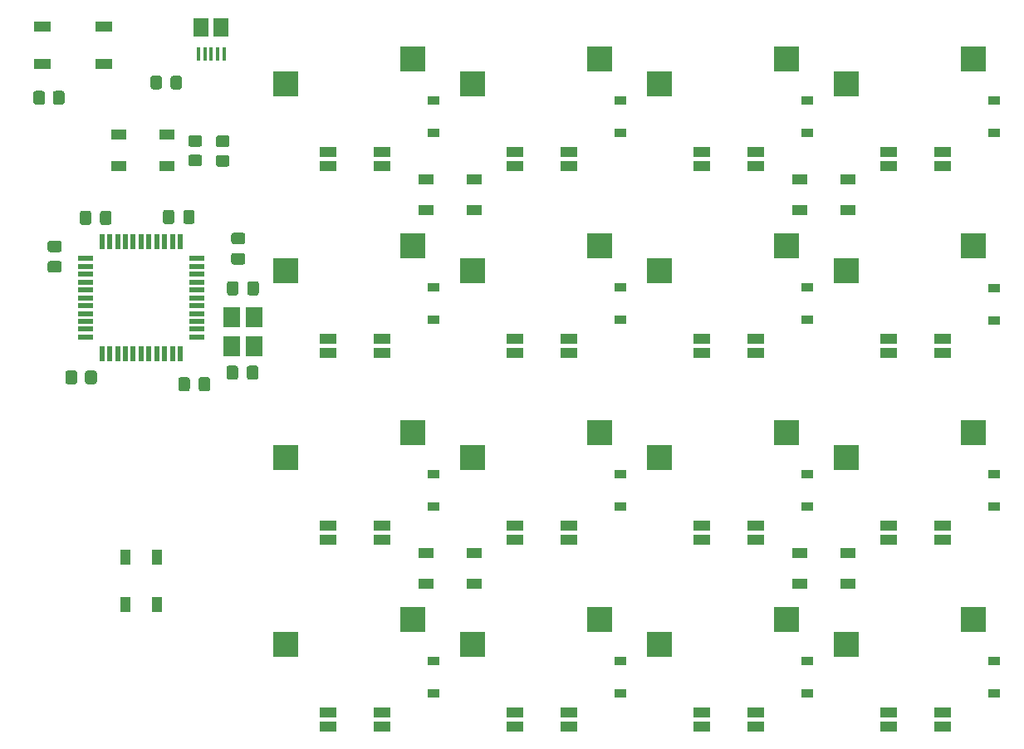
<source format=gbr>
%TF.GenerationSoftware,KiCad,Pcbnew,(5.1.10)-1*%
%TF.CreationDate,2021-09-24T11:07:47+01:00*%
%TF.ProjectId,streamdeck2,73747265-616d-4646-9563-6b322e6b6963,rev?*%
%TF.SameCoordinates,Original*%
%TF.FileFunction,Paste,Bot*%
%TF.FilePolarity,Positive*%
%FSLAX46Y46*%
G04 Gerber Fmt 4.6, Leading zero omitted, Abs format (unit mm)*
G04 Created by KiCad (PCBNEW (5.1.10)-1) date 2021-09-24 11:07:47*
%MOMM*%
%LPD*%
G01*
G04 APERTURE LIST*
%ADD10R,1.700000X1.000000*%
%ADD11R,1.800000X2.100000*%
%ADD12R,1.500000X1.900000*%
%ADD13R,0.400000X1.350000*%
%ADD14R,1.500000X0.550000*%
%ADD15R,0.550000X1.500000*%
%ADD16R,1.500000X1.000000*%
%ADD17R,1.000000X1.500000*%
%ADD18R,2.550000X2.500000*%
%ADD19R,1.200000X0.900000*%
G04 APERTURE END LIST*
%TO.C,R4*%
G36*
G01*
X103980401Y-58616900D02*
X103080399Y-58616900D01*
G75*
G02*
X102830400Y-58366901I0J249999D01*
G01*
X102830400Y-57666899D01*
G75*
G02*
X103080399Y-57416900I249999J0D01*
G01*
X103980401Y-57416900D01*
G75*
G02*
X104230400Y-57666899I0J-249999D01*
G01*
X104230400Y-58366901D01*
G75*
G02*
X103980401Y-58616900I-249999J0D01*
G01*
G37*
G36*
G01*
X103980401Y-60616900D02*
X103080399Y-60616900D01*
G75*
G02*
X102830400Y-60366901I0J249999D01*
G01*
X102830400Y-59666899D01*
G75*
G02*
X103080399Y-59416900I249999J0D01*
G01*
X103980401Y-59416900D01*
G75*
G02*
X104230400Y-59666899I0J-249999D01*
G01*
X104230400Y-60366901D01*
G75*
G02*
X103980401Y-60616900I-249999J0D01*
G01*
G37*
%TD*%
%TO.C,R3*%
G36*
G01*
X105887099Y-59455000D02*
X106787101Y-59455000D01*
G75*
G02*
X107037100Y-59704999I0J-249999D01*
G01*
X107037100Y-60405001D01*
G75*
G02*
X106787101Y-60655000I-249999J0D01*
G01*
X105887099Y-60655000D01*
G75*
G02*
X105637100Y-60405001I0J249999D01*
G01*
X105637100Y-59704999D01*
G75*
G02*
X105887099Y-59455000I249999J0D01*
G01*
G37*
G36*
G01*
X105887099Y-57455000D02*
X106787101Y-57455000D01*
G75*
G02*
X107037100Y-57704999I0J-249999D01*
G01*
X107037100Y-58405001D01*
G75*
G02*
X106787101Y-58655000I-249999J0D01*
G01*
X105887099Y-58655000D01*
G75*
G02*
X105637100Y-58405001I0J249999D01*
G01*
X105637100Y-57704999D01*
G75*
G02*
X105887099Y-57455000I249999J0D01*
G01*
G37*
%TD*%
D10*
%TO.C,SW1*%
X94247100Y-46347300D03*
X87947100Y-46347300D03*
X94247100Y-50147300D03*
X87947100Y-50147300D03*
%TD*%
%TO.C,C4*%
G36*
G01*
X88729800Y-70261900D02*
X89679800Y-70261900D01*
G75*
G02*
X89929800Y-70511900I0J-250000D01*
G01*
X89929800Y-71186900D01*
G75*
G02*
X89679800Y-71436900I-250000J0D01*
G01*
X88729800Y-71436900D01*
G75*
G02*
X88479800Y-71186900I0J250000D01*
G01*
X88479800Y-70511900D01*
G75*
G02*
X88729800Y-70261900I250000J0D01*
G01*
G37*
G36*
G01*
X88729800Y-68186900D02*
X89679800Y-68186900D01*
G75*
G02*
X89929800Y-68436900I0J-250000D01*
G01*
X89929800Y-69111900D01*
G75*
G02*
X89679800Y-69361900I-250000J0D01*
G01*
X88729800Y-69361900D01*
G75*
G02*
X88479800Y-69111900I0J250000D01*
G01*
X88479800Y-68436900D01*
G75*
G02*
X88729800Y-68186900I250000J0D01*
G01*
G37*
%TD*%
%TO.C,C3*%
G36*
G01*
X92933100Y-65387200D02*
X92933100Y-66337200D01*
G75*
G02*
X92683100Y-66587200I-250000J0D01*
G01*
X92008100Y-66587200D01*
G75*
G02*
X91758100Y-66337200I0J250000D01*
G01*
X91758100Y-65387200D01*
G75*
G02*
X92008100Y-65137200I250000J0D01*
G01*
X92683100Y-65137200D01*
G75*
G02*
X92933100Y-65387200I0J-250000D01*
G01*
G37*
G36*
G01*
X95008100Y-65387200D02*
X95008100Y-66337200D01*
G75*
G02*
X94758100Y-66587200I-250000J0D01*
G01*
X94083100Y-66587200D01*
G75*
G02*
X93833100Y-66337200I0J250000D01*
G01*
X93833100Y-65387200D01*
G75*
G02*
X94083100Y-65137200I250000J0D01*
G01*
X94758100Y-65137200D01*
G75*
G02*
X95008100Y-65387200I0J-250000D01*
G01*
G37*
%TD*%
%TO.C,C2*%
G36*
G01*
X107449600Y-69445200D02*
X108399600Y-69445200D01*
G75*
G02*
X108649600Y-69695200I0J-250000D01*
G01*
X108649600Y-70370200D01*
G75*
G02*
X108399600Y-70620200I-250000J0D01*
G01*
X107449600Y-70620200D01*
G75*
G02*
X107199600Y-70370200I0J250000D01*
G01*
X107199600Y-69695200D01*
G75*
G02*
X107449600Y-69445200I250000J0D01*
G01*
G37*
G36*
G01*
X107449600Y-67370200D02*
X108399600Y-67370200D01*
G75*
G02*
X108649600Y-67620200I0J-250000D01*
G01*
X108649600Y-68295200D01*
G75*
G02*
X108399600Y-68545200I-250000J0D01*
G01*
X107449600Y-68545200D01*
G75*
G02*
X107199600Y-68295200I0J250000D01*
G01*
X107199600Y-67620200D01*
G75*
G02*
X107449600Y-67370200I250000J0D01*
G01*
G37*
%TD*%
%TO.C,C1*%
G36*
G01*
X103878800Y-83304400D02*
X103878800Y-82354400D01*
G75*
G02*
X104128800Y-82104400I250000J0D01*
G01*
X104803800Y-82104400D01*
G75*
G02*
X105053800Y-82354400I0J-250000D01*
G01*
X105053800Y-83304400D01*
G75*
G02*
X104803800Y-83554400I-250000J0D01*
G01*
X104128800Y-83554400D01*
G75*
G02*
X103878800Y-83304400I0J250000D01*
G01*
G37*
G36*
G01*
X101803800Y-83304400D02*
X101803800Y-82354400D01*
G75*
G02*
X102053800Y-82104400I250000J0D01*
G01*
X102728800Y-82104400D01*
G75*
G02*
X102978800Y-82354400I0J-250000D01*
G01*
X102978800Y-83304400D01*
G75*
G02*
X102728800Y-83554400I-250000J0D01*
G01*
X102053800Y-83554400D01*
G75*
G02*
X101803800Y-83304400I0J250000D01*
G01*
G37*
%TD*%
%TO.C,R2*%
G36*
G01*
X91497200Y-81680899D02*
X91497200Y-82580901D01*
G75*
G02*
X91247201Y-82830900I-249999J0D01*
G01*
X90547199Y-82830900D01*
G75*
G02*
X90297200Y-82580901I0J249999D01*
G01*
X90297200Y-81680899D01*
G75*
G02*
X90547199Y-81430900I249999J0D01*
G01*
X91247201Y-81430900D01*
G75*
G02*
X91497200Y-81680899I0J-249999D01*
G01*
G37*
G36*
G01*
X93497200Y-81680899D02*
X93497200Y-82580901D01*
G75*
G02*
X93247201Y-82830900I-249999J0D01*
G01*
X92547199Y-82830900D01*
G75*
G02*
X92297200Y-82580901I0J249999D01*
G01*
X92297200Y-81680899D01*
G75*
G02*
X92547199Y-81430900I249999J0D01*
G01*
X93247201Y-81430900D01*
G75*
G02*
X93497200Y-81680899I0J-249999D01*
G01*
G37*
%TD*%
D11*
%TO.C,Y1*%
X107219100Y-76020000D03*
X107219100Y-78920000D03*
X109519100Y-78920000D03*
X109519100Y-76020000D03*
%TD*%
%TO.C,R1*%
G36*
G01*
X88217300Y-53169399D02*
X88217300Y-54069401D01*
G75*
G02*
X87967301Y-54319400I-249999J0D01*
G01*
X87267299Y-54319400D01*
G75*
G02*
X87017300Y-54069401I0J249999D01*
G01*
X87017300Y-53169399D01*
G75*
G02*
X87267299Y-52919400I249999J0D01*
G01*
X87967301Y-52919400D01*
G75*
G02*
X88217300Y-53169399I0J-249999D01*
G01*
G37*
G36*
G01*
X90217300Y-53169399D02*
X90217300Y-54069401D01*
G75*
G02*
X89967301Y-54319400I-249999J0D01*
G01*
X89267299Y-54319400D01*
G75*
G02*
X89017300Y-54069401I0J249999D01*
G01*
X89017300Y-53169399D01*
G75*
G02*
X89267299Y-52919400I249999J0D01*
G01*
X89967301Y-52919400D01*
G75*
G02*
X90217300Y-53169399I0J-249999D01*
G01*
G37*
%TD*%
%TO.C,F1*%
G36*
G01*
X100125000Y-51619999D02*
X100125000Y-52520001D01*
G75*
G02*
X99875001Y-52770000I-249999J0D01*
G01*
X99224999Y-52770000D01*
G75*
G02*
X98975000Y-52520001I0J249999D01*
G01*
X98975000Y-51619999D01*
G75*
G02*
X99224999Y-51370000I249999J0D01*
G01*
X99875001Y-51370000D01*
G75*
G02*
X100125000Y-51619999I0J-249999D01*
G01*
G37*
G36*
G01*
X102175000Y-51619999D02*
X102175000Y-52520001D01*
G75*
G02*
X101925001Y-52770000I-249999J0D01*
G01*
X101274999Y-52770000D01*
G75*
G02*
X101025000Y-52520001I0J249999D01*
G01*
X101025000Y-51619999D01*
G75*
G02*
X101274999Y-51370000I249999J0D01*
G01*
X101925001Y-51370000D01*
G75*
G02*
X102175000Y-51619999I0J-249999D01*
G01*
G37*
%TD*%
%TO.C,C7*%
G36*
G01*
X102304000Y-66248300D02*
X102304000Y-65298300D01*
G75*
G02*
X102554000Y-65048300I250000J0D01*
G01*
X103229000Y-65048300D01*
G75*
G02*
X103479000Y-65298300I0J-250000D01*
G01*
X103479000Y-66248300D01*
G75*
G02*
X103229000Y-66498300I-250000J0D01*
G01*
X102554000Y-66498300D01*
G75*
G02*
X102304000Y-66248300I0J250000D01*
G01*
G37*
G36*
G01*
X100229000Y-66248300D02*
X100229000Y-65298300D01*
G75*
G02*
X100479000Y-65048300I250000J0D01*
G01*
X101154000Y-65048300D01*
G75*
G02*
X101404000Y-65298300I0J-250000D01*
G01*
X101404000Y-66248300D01*
G75*
G02*
X101154000Y-66498300I-250000J0D01*
G01*
X100479000Y-66498300D01*
G75*
G02*
X100229000Y-66248300I0J250000D01*
G01*
G37*
%TD*%
%TO.C,C6*%
G36*
G01*
X107944500Y-72575400D02*
X107944500Y-73525400D01*
G75*
G02*
X107694500Y-73775400I-250000J0D01*
G01*
X107019500Y-73775400D01*
G75*
G02*
X106769500Y-73525400I0J250000D01*
G01*
X106769500Y-72575400D01*
G75*
G02*
X107019500Y-72325400I250000J0D01*
G01*
X107694500Y-72325400D01*
G75*
G02*
X107944500Y-72575400I0J-250000D01*
G01*
G37*
G36*
G01*
X110019500Y-72575400D02*
X110019500Y-73525400D01*
G75*
G02*
X109769500Y-73775400I-250000J0D01*
G01*
X109094500Y-73775400D01*
G75*
G02*
X108844500Y-73525400I0J250000D01*
G01*
X108844500Y-72575400D01*
G75*
G02*
X109094500Y-72325400I250000J0D01*
G01*
X109769500Y-72325400D01*
G75*
G02*
X110019500Y-72575400I0J-250000D01*
G01*
G37*
%TD*%
%TO.C,C5*%
G36*
G01*
X108793700Y-82123300D02*
X108793700Y-81173300D01*
G75*
G02*
X109043700Y-80923300I250000J0D01*
G01*
X109718700Y-80923300D01*
G75*
G02*
X109968700Y-81173300I0J-250000D01*
G01*
X109968700Y-82123300D01*
G75*
G02*
X109718700Y-82373300I-250000J0D01*
G01*
X109043700Y-82373300D01*
G75*
G02*
X108793700Y-82123300I0J250000D01*
G01*
G37*
G36*
G01*
X106718700Y-82123300D02*
X106718700Y-81173300D01*
G75*
G02*
X106968700Y-80923300I250000J0D01*
G01*
X107643700Y-80923300D01*
G75*
G02*
X107893700Y-81173300I0J-250000D01*
G01*
X107893700Y-82123300D01*
G75*
G02*
X107643700Y-82373300I-250000J0D01*
G01*
X106968700Y-82373300D01*
G75*
G02*
X106718700Y-82123300I0J250000D01*
G01*
G37*
%TD*%
D12*
%TO.C,J1*%
X104156000Y-46412900D03*
D13*
X105156000Y-49112900D03*
X105806000Y-49112900D03*
X106456000Y-49112900D03*
X103856000Y-49112900D03*
X104506000Y-49112900D03*
D12*
X106156000Y-46412900D03*
%TD*%
D14*
%TO.C,U1*%
X92318600Y-70015600D03*
X92318600Y-70815600D03*
X92318600Y-71615600D03*
X92318600Y-72415600D03*
X92318600Y-73215600D03*
X92318600Y-74015600D03*
X92318600Y-74815600D03*
X92318600Y-75615600D03*
X92318600Y-76415600D03*
X92318600Y-77215600D03*
X92318600Y-78015600D03*
D15*
X94018600Y-79715600D03*
X94818600Y-79715600D03*
X95618600Y-79715600D03*
X96418600Y-79715600D03*
X97218600Y-79715600D03*
X98018600Y-79715600D03*
X98818600Y-79715600D03*
X99618600Y-79715600D03*
X100418600Y-79715600D03*
X101218600Y-79715600D03*
X102018600Y-79715600D03*
D14*
X103718600Y-78015600D03*
X103718600Y-77215600D03*
X103718600Y-76415600D03*
X103718600Y-75615600D03*
X103718600Y-74815600D03*
X103718600Y-74015600D03*
X103718600Y-73215600D03*
X103718600Y-72415600D03*
X103718600Y-71615600D03*
X103718600Y-70815600D03*
X103718600Y-70015600D03*
D15*
X102018600Y-68315600D03*
X101218600Y-68315600D03*
X100418600Y-68315600D03*
X99618600Y-68315600D03*
X98818600Y-68315600D03*
X98018600Y-68315600D03*
X97218600Y-68315600D03*
X96418600Y-68315600D03*
X95618600Y-68315600D03*
X94818600Y-68315600D03*
X94018600Y-68315600D03*
%TD*%
D10*
%TO.C,D37*%
X117106250Y-117698750D03*
X117106250Y-116298750D03*
X122606250Y-117698750D03*
X122606250Y-116298750D03*
%TD*%
%TO.C,D36*%
X136156250Y-117698750D03*
X136156250Y-116298750D03*
X141656250Y-117698750D03*
X141656250Y-116298750D03*
%TD*%
%TO.C,D35*%
X155206250Y-117698750D03*
X155206250Y-116298750D03*
X160706250Y-117698750D03*
X160706250Y-116298750D03*
%TD*%
%TO.C,D34*%
X174256250Y-117698750D03*
X174256250Y-116298750D03*
X179756250Y-117698750D03*
X179756250Y-116298750D03*
%TD*%
%TO.C,D33*%
X179756250Y-97248750D03*
X179756250Y-98648750D03*
X174256250Y-97248750D03*
X174256250Y-98648750D03*
%TD*%
%TO.C,D31*%
X160706250Y-97248750D03*
X160706250Y-98648750D03*
X155206250Y-97248750D03*
X155206250Y-98648750D03*
%TD*%
%TO.C,D30*%
X141656250Y-97248750D03*
X141656250Y-98648750D03*
X136156250Y-97248750D03*
X136156250Y-98648750D03*
%TD*%
%TO.C,D28*%
X122606250Y-97248750D03*
X122606250Y-98648750D03*
X117106250Y-97248750D03*
X117106250Y-98648750D03*
%TD*%
%TO.C,D27*%
X117106250Y-79598750D03*
X117106250Y-78198750D03*
X122606250Y-79598750D03*
X122606250Y-78198750D03*
%TD*%
%TO.C,D26*%
X136156250Y-79598750D03*
X136156250Y-78198750D03*
X141656250Y-79598750D03*
X141656250Y-78198750D03*
%TD*%
%TO.C,D25*%
X155206250Y-79598750D03*
X155206250Y-78198750D03*
X160706250Y-79598750D03*
X160706250Y-78198750D03*
%TD*%
%TO.C,D24*%
X174256250Y-79598750D03*
X174256250Y-78198750D03*
X179756250Y-79598750D03*
X179756250Y-78198750D03*
%TD*%
%TO.C,D23*%
X179756250Y-59148750D03*
X179756250Y-60548750D03*
X174256250Y-59148750D03*
X174256250Y-60548750D03*
%TD*%
%TO.C,D21*%
X160706250Y-59148750D03*
X160706250Y-60548750D03*
X155206250Y-59148750D03*
X155206250Y-60548750D03*
%TD*%
%TO.C,D20*%
X141656250Y-59148750D03*
X141656250Y-60548750D03*
X136156250Y-59148750D03*
X136156250Y-60548750D03*
%TD*%
%TO.C,D18*%
X122606250Y-59148750D03*
X122606250Y-60548750D03*
X117106250Y-59148750D03*
X117106250Y-60548750D03*
%TD*%
D16*
%TO.C,D17*%
X100621000Y-57378800D03*
X100621000Y-60578800D03*
X95721000Y-57378800D03*
X95721000Y-60578800D03*
%TD*%
D17*
%TO.C,D38*%
X99644000Y-105320000D03*
X96444000Y-105320000D03*
X99644000Y-100420000D03*
X96444000Y-100420000D03*
%TD*%
D16*
%TO.C,D29*%
X131990000Y-100000000D03*
X131990000Y-103200000D03*
X127090000Y-100000000D03*
X127090000Y-103200000D03*
%TD*%
%TO.C,D32*%
X170090000Y-100000000D03*
X170090000Y-103200000D03*
X165190000Y-100000000D03*
X165190000Y-103200000D03*
%TD*%
%TO.C,D22*%
X170090000Y-61900000D03*
X170090000Y-65100000D03*
X165190000Y-61900000D03*
X165190000Y-65100000D03*
%TD*%
%TO.C,D19*%
X131990000Y-61900000D03*
X131990000Y-65100000D03*
X127090000Y-61900000D03*
X127090000Y-65100000D03*
%TD*%
D18*
%TO.C,MX16*%
X182848250Y-106838750D03*
X169921250Y-109378750D03*
%TD*%
%TO.C,MX15*%
X163798250Y-106838750D03*
X150871250Y-109378750D03*
%TD*%
%TO.C,MX14*%
X144748250Y-106838750D03*
X131821250Y-109378750D03*
%TD*%
%TO.C,MX13*%
X125698250Y-106838750D03*
X112771250Y-109378750D03*
%TD*%
%TO.C,MX12*%
X182848250Y-87788750D03*
X169921250Y-90328750D03*
%TD*%
%TO.C,MX11*%
X163798250Y-87788750D03*
X150871250Y-90328750D03*
%TD*%
%TO.C,MX10*%
X144748250Y-87788750D03*
X131821250Y-90328750D03*
%TD*%
%TO.C,MX9*%
X125698250Y-87788750D03*
X112771250Y-90328750D03*
%TD*%
%TO.C,MX8*%
X182848250Y-68738750D03*
X169921250Y-71278750D03*
%TD*%
%TO.C,MX7*%
X163798250Y-68738750D03*
X150871250Y-71278750D03*
%TD*%
%TO.C,MX6*%
X144748250Y-68738750D03*
X131821250Y-71278750D03*
%TD*%
%TO.C,MX5*%
X125698250Y-68738750D03*
X112771250Y-71278750D03*
%TD*%
%TO.C,MX4*%
X182848250Y-49688750D03*
X169921250Y-52228750D03*
%TD*%
%TO.C,MX3*%
X163798250Y-49688750D03*
X150871250Y-52228750D03*
%TD*%
%TO.C,MX2*%
X144748250Y-49688750D03*
X131821250Y-52228750D03*
%TD*%
%TO.C,MX1*%
X125698250Y-49688750D03*
X112771250Y-52228750D03*
%TD*%
D19*
%TO.C,D16*%
X184943750Y-114362500D03*
X184943750Y-111062500D03*
%TD*%
%TO.C,D15*%
X165893750Y-114362500D03*
X165893750Y-111062500D03*
%TD*%
%TO.C,D14*%
X146843750Y-114362500D03*
X146843750Y-111062500D03*
%TD*%
%TO.C,D13*%
X127793750Y-114362500D03*
X127793750Y-111062500D03*
%TD*%
%TO.C,D12*%
X184943750Y-95312500D03*
X184943750Y-92012500D03*
%TD*%
%TO.C,D11*%
X165893750Y-95312500D03*
X165893750Y-92012500D03*
%TD*%
%TO.C,D10*%
X146843750Y-95312500D03*
X146843750Y-92012500D03*
%TD*%
%TO.C,D9*%
X127793750Y-95312500D03*
X127793750Y-92012500D03*
%TD*%
%TO.C,D8*%
X184943750Y-76325000D03*
X184943750Y-73025000D03*
%TD*%
%TO.C,D7*%
X165893750Y-76262500D03*
X165893750Y-72962500D03*
%TD*%
%TO.C,D6*%
X146843750Y-76262500D03*
X146843750Y-72962500D03*
%TD*%
%TO.C,D5*%
X127793750Y-76262500D03*
X127793750Y-72962500D03*
%TD*%
%TO.C,D4*%
X184943750Y-57212500D03*
X184943750Y-53912500D03*
%TD*%
%TO.C,D3*%
X165893750Y-57212500D03*
X165893750Y-53912500D03*
%TD*%
%TO.C,D2*%
X146843750Y-57212500D03*
X146843750Y-53912500D03*
%TD*%
%TO.C,D1*%
X127793750Y-57212500D03*
X127793750Y-53912500D03*
%TD*%
M02*

</source>
